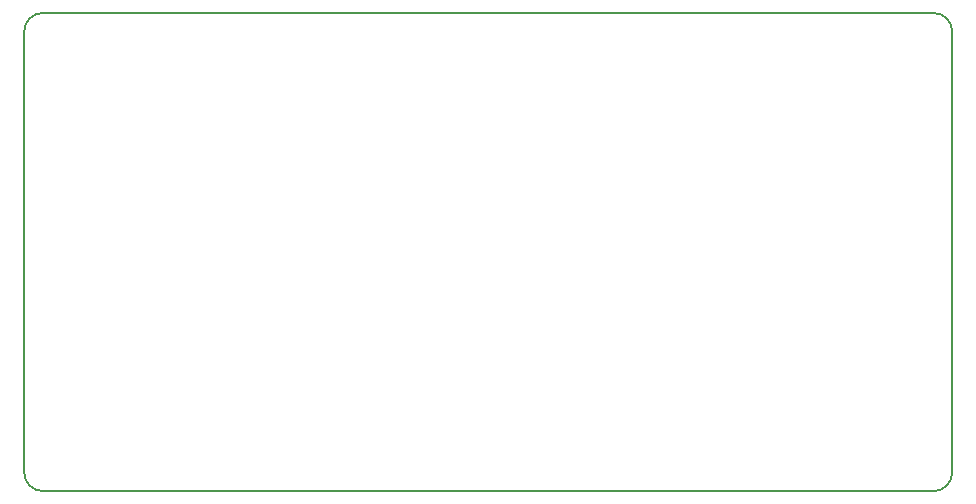
<source format=gbr>
%TF.GenerationSoftware,KiCad,Pcbnew,(6.0.1-0)*%
%TF.CreationDate,2022-10-25T12:30:21+02:00*%
%TF.ProjectId,macro,6d616372-6f2e-46b6-9963-61645f706362,rev?*%
%TF.SameCoordinates,Original*%
%TF.FileFunction,Profile,NP*%
%FSLAX46Y46*%
G04 Gerber Fmt 4.6, Leading zero omitted, Abs format (unit mm)*
G04 Created by KiCad (PCBNEW (6.0.1-0)) date 2022-10-25 12:30:21*
%MOMM*%
%LPD*%
G01*
G04 APERTURE LIST*
%TA.AperFunction,Profile*%
%ADD10C,0.150000*%
%TD*%
G04 APERTURE END LIST*
D10*
X105568750Y-116681250D02*
X105568750Y-79375000D01*
X105568751Y-116681250D02*
G75*
G03*
X107156250Y-118268750I1587499J-1D01*
G01*
X107156250Y-77787501D02*
G75*
G03*
X105568750Y-79375000I-1J-1587499D01*
G01*
X182562500Y-77787500D02*
X107156250Y-77787500D01*
X182562500Y-118268750D02*
X107156250Y-118268750D01*
X184150000Y-79375000D02*
X184150000Y-116681250D01*
X182562500Y-118268749D02*
G75*
G03*
X184150000Y-116681250I1J1587499D01*
G01*
X184149999Y-79375000D02*
G75*
G03*
X182562500Y-77787500I-1587499J1D01*
G01*
M02*

</source>
